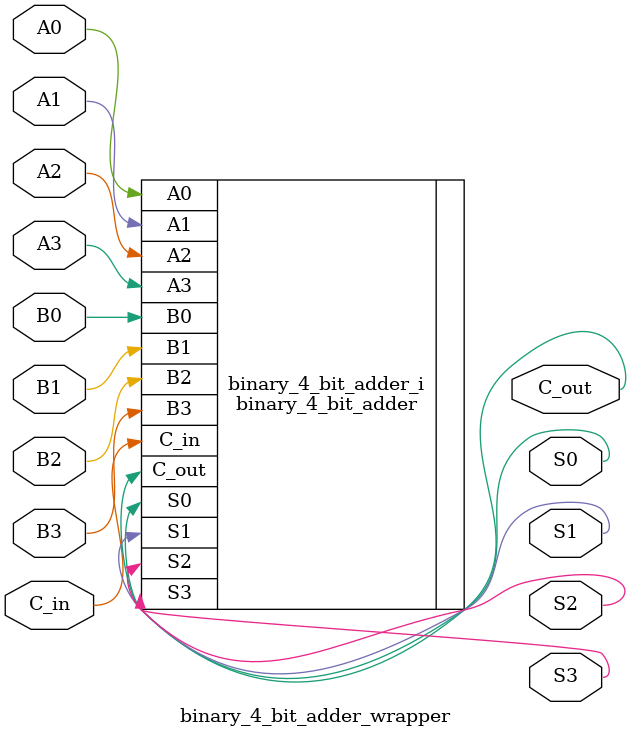
<source format=v>
`timescale 1 ps / 1 ps

module binary_4_bit_adder_wrapper
   (A0,
    A1,
    A2,
    A3,
    B0,
    B1,
    B2,
    B3,
    C_in,
    C_out,
    S0,
    S1,
    S2,
    S3);
  input [0:0]A0;
  input [0:0]A1;
  input [0:0]A2;
  input [0:0]A3;
  input [0:0]B0;
  input [0:0]B1;
  input [0:0]B2;
  input [0:0]B3;
  input [0:0]C_in;
  output [0:0]C_out;
  output [0:0]S0;
  output [0:0]S1;
  output [0:0]S2;
  output [0:0]S3;

  wire [0:0]A0;
  wire [0:0]A1;
  wire [0:0]A2;
  wire [0:0]A3;
  wire [0:0]B0;
  wire [0:0]B1;
  wire [0:0]B2;
  wire [0:0]B3;
  wire [0:0]C_in;
  wire [0:0]C_out;
  wire [0:0]S0;
  wire [0:0]S1;
  wire [0:0]S2;
  wire [0:0]S3;

  binary_4_bit_adder binary_4_bit_adder_i
       (.A0(A0),
        .A1(A1),
        .A2(A2),
        .A3(A3),
        .B0(B0),
        .B1(B1),
        .B2(B2),
        .B3(B3),
        .C_in(C_in),
        .C_out(C_out),
        .S0(S0),
        .S1(S1),
        .S2(S2),
        .S3(S3));
endmodule

</source>
